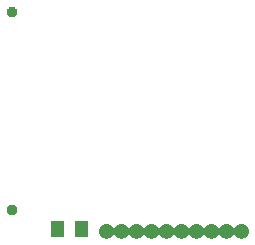
<source format=gbr>
G04 #@! TF.GenerationSoftware,KiCad,Pcbnew,(5.0.1-3-g963ef8bb5)*
G04 #@! TF.CreationDate,2019-06-19T10:09:44-10:00*
G04 #@! TF.ProjectId,OpenHAK_Display,4F70656E48414B5F446973706C61792E,rev?*
G04 #@! TF.SameCoordinates,Original*
G04 #@! TF.FileFunction,Soldermask,Top*
G04 #@! TF.FilePolarity,Negative*
%FSLAX46Y46*%
G04 Gerber Fmt 4.6, Leading zero omitted, Abs format (unit mm)*
G04 Created by KiCad (PCBNEW (5.0.1-3-g963ef8bb5)) date Wednesday, June 19, 2019 at 10:09:44 AM*
%MOMM*%
%LPD*%
G01*
G04 APERTURE LIST*
%ADD10C,0.100000*%
G04 APERTURE END LIST*
D10*
G36*
X128293641Y-111339560D02*
X128293643Y-111339561D01*
X128293644Y-111339561D01*
X128407386Y-111386674D01*
X128407387Y-111386675D01*
X128509755Y-111455075D01*
X128596805Y-111542125D01*
X128642404Y-111610369D01*
X128657949Y-111629311D01*
X128676891Y-111644857D01*
X128698502Y-111656408D01*
X128721951Y-111663521D01*
X128746338Y-111665923D01*
X128770724Y-111663521D01*
X128794173Y-111656408D01*
X128815784Y-111644857D01*
X128834726Y-111629312D01*
X128850272Y-111610369D01*
X128895871Y-111542125D01*
X128982921Y-111455075D01*
X129085289Y-111386675D01*
X129085290Y-111386674D01*
X129199032Y-111339561D01*
X129199033Y-111339561D01*
X129199035Y-111339560D01*
X129319779Y-111315542D01*
X129442897Y-111315542D01*
X129563641Y-111339560D01*
X129563643Y-111339561D01*
X129563644Y-111339561D01*
X129677386Y-111386674D01*
X129677387Y-111386675D01*
X129779755Y-111455075D01*
X129866805Y-111542125D01*
X129912404Y-111610369D01*
X129927949Y-111629311D01*
X129946891Y-111644857D01*
X129968502Y-111656408D01*
X129991951Y-111663521D01*
X130016338Y-111665923D01*
X130040724Y-111663521D01*
X130064173Y-111656408D01*
X130085784Y-111644857D01*
X130104726Y-111629312D01*
X130120272Y-111610369D01*
X130165871Y-111542125D01*
X130252921Y-111455075D01*
X130355289Y-111386675D01*
X130355290Y-111386674D01*
X130469032Y-111339561D01*
X130469033Y-111339561D01*
X130469035Y-111339560D01*
X130589779Y-111315542D01*
X130712897Y-111315542D01*
X130833641Y-111339560D01*
X130833643Y-111339561D01*
X130833644Y-111339561D01*
X130947386Y-111386674D01*
X130947387Y-111386675D01*
X131049755Y-111455075D01*
X131136805Y-111542125D01*
X131182404Y-111610369D01*
X131197949Y-111629311D01*
X131216891Y-111644857D01*
X131238502Y-111656408D01*
X131261951Y-111663521D01*
X131286338Y-111665923D01*
X131310724Y-111663521D01*
X131334173Y-111656408D01*
X131355784Y-111644857D01*
X131374726Y-111629312D01*
X131390272Y-111610369D01*
X131435871Y-111542125D01*
X131522921Y-111455075D01*
X131625289Y-111386675D01*
X131625290Y-111386674D01*
X131739032Y-111339561D01*
X131739033Y-111339561D01*
X131739035Y-111339560D01*
X131859779Y-111315542D01*
X131982897Y-111315542D01*
X132103641Y-111339560D01*
X132103643Y-111339561D01*
X132103644Y-111339561D01*
X132217386Y-111386674D01*
X132217387Y-111386675D01*
X132319755Y-111455075D01*
X132406805Y-111542125D01*
X132452404Y-111610369D01*
X132467949Y-111629311D01*
X132486891Y-111644857D01*
X132508502Y-111656408D01*
X132531951Y-111663521D01*
X132556338Y-111665923D01*
X132580724Y-111663521D01*
X132604173Y-111656408D01*
X132625784Y-111644857D01*
X132644726Y-111629312D01*
X132660272Y-111610369D01*
X132705871Y-111542125D01*
X132792921Y-111455075D01*
X132895289Y-111386675D01*
X132895290Y-111386674D01*
X133009032Y-111339561D01*
X133009033Y-111339561D01*
X133009035Y-111339560D01*
X133129779Y-111315542D01*
X133252897Y-111315542D01*
X133373641Y-111339560D01*
X133373643Y-111339561D01*
X133373644Y-111339561D01*
X133487386Y-111386674D01*
X133487387Y-111386675D01*
X133589755Y-111455075D01*
X133676805Y-111542125D01*
X133722404Y-111610369D01*
X133737949Y-111629311D01*
X133756891Y-111644857D01*
X133778502Y-111656408D01*
X133801951Y-111663521D01*
X133826338Y-111665923D01*
X133850724Y-111663521D01*
X133874173Y-111656408D01*
X133895784Y-111644857D01*
X133914726Y-111629312D01*
X133930272Y-111610369D01*
X133975871Y-111542125D01*
X134062921Y-111455075D01*
X134165289Y-111386675D01*
X134165290Y-111386674D01*
X134279032Y-111339561D01*
X134279033Y-111339561D01*
X134279035Y-111339560D01*
X134399779Y-111315542D01*
X134522897Y-111315542D01*
X134643641Y-111339560D01*
X134643643Y-111339561D01*
X134643644Y-111339561D01*
X134757386Y-111386674D01*
X134757387Y-111386675D01*
X134859755Y-111455075D01*
X134946805Y-111542125D01*
X134992404Y-111610369D01*
X135007949Y-111629311D01*
X135026891Y-111644857D01*
X135048502Y-111656408D01*
X135071951Y-111663521D01*
X135096338Y-111665923D01*
X135120724Y-111663521D01*
X135144173Y-111656408D01*
X135165784Y-111644857D01*
X135184726Y-111629312D01*
X135200272Y-111610369D01*
X135245871Y-111542125D01*
X135332921Y-111455075D01*
X135435289Y-111386675D01*
X135435290Y-111386674D01*
X135549032Y-111339561D01*
X135549033Y-111339561D01*
X135549035Y-111339560D01*
X135669779Y-111315542D01*
X135792897Y-111315542D01*
X135913641Y-111339560D01*
X135913643Y-111339561D01*
X135913644Y-111339561D01*
X136027386Y-111386674D01*
X136027387Y-111386675D01*
X136129755Y-111455075D01*
X136216805Y-111542125D01*
X136262404Y-111610369D01*
X136277949Y-111629311D01*
X136296891Y-111644857D01*
X136318502Y-111656408D01*
X136341951Y-111663521D01*
X136366338Y-111665923D01*
X136390724Y-111663521D01*
X136414173Y-111656408D01*
X136435784Y-111644857D01*
X136454726Y-111629312D01*
X136470272Y-111610369D01*
X136515871Y-111542125D01*
X136602921Y-111455075D01*
X136705289Y-111386675D01*
X136705290Y-111386674D01*
X136819032Y-111339561D01*
X136819033Y-111339561D01*
X136819035Y-111339560D01*
X136939779Y-111315542D01*
X137062897Y-111315542D01*
X137183641Y-111339560D01*
X137183643Y-111339561D01*
X137183644Y-111339561D01*
X137297386Y-111386674D01*
X137297387Y-111386675D01*
X137399755Y-111455075D01*
X137486805Y-111542125D01*
X137532404Y-111610369D01*
X137547949Y-111629311D01*
X137566891Y-111644857D01*
X137588502Y-111656408D01*
X137611951Y-111663521D01*
X137636338Y-111665923D01*
X137660724Y-111663521D01*
X137684173Y-111656408D01*
X137705784Y-111644857D01*
X137724726Y-111629312D01*
X137740272Y-111610369D01*
X137785871Y-111542125D01*
X137872921Y-111455075D01*
X137975289Y-111386675D01*
X137975290Y-111386674D01*
X138089032Y-111339561D01*
X138089033Y-111339561D01*
X138089035Y-111339560D01*
X138209779Y-111315542D01*
X138332897Y-111315542D01*
X138453641Y-111339560D01*
X138453643Y-111339561D01*
X138453644Y-111339561D01*
X138567386Y-111386674D01*
X138567387Y-111386675D01*
X138669755Y-111455075D01*
X138756805Y-111542125D01*
X138802404Y-111610369D01*
X138817949Y-111629311D01*
X138836891Y-111644857D01*
X138858502Y-111656408D01*
X138881951Y-111663521D01*
X138906338Y-111665923D01*
X138930724Y-111663521D01*
X138954173Y-111656408D01*
X138975784Y-111644857D01*
X138994726Y-111629312D01*
X139010272Y-111610369D01*
X139055871Y-111542125D01*
X139142921Y-111455075D01*
X139245289Y-111386675D01*
X139245290Y-111386674D01*
X139359032Y-111339561D01*
X139359033Y-111339561D01*
X139359035Y-111339560D01*
X139479779Y-111315542D01*
X139602897Y-111315542D01*
X139723641Y-111339560D01*
X139723643Y-111339561D01*
X139723644Y-111339561D01*
X139837386Y-111386674D01*
X139837387Y-111386675D01*
X139939755Y-111455075D01*
X140026805Y-111542125D01*
X140026807Y-111542128D01*
X140095206Y-111644494D01*
X140142319Y-111758236D01*
X140166338Y-111878985D01*
X140166338Y-112002099D01*
X140142319Y-112122848D01*
X140095206Y-112236590D01*
X140085061Y-112251773D01*
X140026805Y-112338959D01*
X139939755Y-112426009D01*
X139939752Y-112426011D01*
X139837386Y-112494410D01*
X139723644Y-112541523D01*
X139723643Y-112541523D01*
X139723641Y-112541524D01*
X139602897Y-112565542D01*
X139479779Y-112565542D01*
X139359035Y-112541524D01*
X139359033Y-112541523D01*
X139359032Y-112541523D01*
X139245290Y-112494410D01*
X139142924Y-112426011D01*
X139142921Y-112426009D01*
X139055871Y-112338959D01*
X139010272Y-112270715D01*
X138994727Y-112251773D01*
X138975785Y-112236227D01*
X138954174Y-112224676D01*
X138930725Y-112217563D01*
X138906338Y-112215161D01*
X138881952Y-112217563D01*
X138858503Y-112224676D01*
X138836892Y-112236227D01*
X138817950Y-112251772D01*
X138802404Y-112270715D01*
X138756805Y-112338959D01*
X138669755Y-112426009D01*
X138669752Y-112426011D01*
X138567386Y-112494410D01*
X138453644Y-112541523D01*
X138453643Y-112541523D01*
X138453641Y-112541524D01*
X138332897Y-112565542D01*
X138209779Y-112565542D01*
X138089035Y-112541524D01*
X138089033Y-112541523D01*
X138089032Y-112541523D01*
X137975290Y-112494410D01*
X137872924Y-112426011D01*
X137872921Y-112426009D01*
X137785871Y-112338959D01*
X137740272Y-112270715D01*
X137724727Y-112251773D01*
X137705785Y-112236227D01*
X137684174Y-112224676D01*
X137660725Y-112217563D01*
X137636338Y-112215161D01*
X137611952Y-112217563D01*
X137588503Y-112224676D01*
X137566892Y-112236227D01*
X137547950Y-112251772D01*
X137532404Y-112270715D01*
X137486805Y-112338959D01*
X137399755Y-112426009D01*
X137399752Y-112426011D01*
X137297386Y-112494410D01*
X137183644Y-112541523D01*
X137183643Y-112541523D01*
X137183641Y-112541524D01*
X137062897Y-112565542D01*
X136939779Y-112565542D01*
X136819035Y-112541524D01*
X136819033Y-112541523D01*
X136819032Y-112541523D01*
X136705290Y-112494410D01*
X136602924Y-112426011D01*
X136602921Y-112426009D01*
X136515871Y-112338959D01*
X136470272Y-112270715D01*
X136454727Y-112251773D01*
X136435785Y-112236227D01*
X136414174Y-112224676D01*
X136390725Y-112217563D01*
X136366338Y-112215161D01*
X136341952Y-112217563D01*
X136318503Y-112224676D01*
X136296892Y-112236227D01*
X136277950Y-112251772D01*
X136262404Y-112270715D01*
X136216805Y-112338959D01*
X136129755Y-112426009D01*
X136129752Y-112426011D01*
X136027386Y-112494410D01*
X135913644Y-112541523D01*
X135913643Y-112541523D01*
X135913641Y-112541524D01*
X135792897Y-112565542D01*
X135669779Y-112565542D01*
X135549035Y-112541524D01*
X135549033Y-112541523D01*
X135549032Y-112541523D01*
X135435290Y-112494410D01*
X135332924Y-112426011D01*
X135332921Y-112426009D01*
X135245871Y-112338959D01*
X135200272Y-112270715D01*
X135184727Y-112251773D01*
X135165785Y-112236227D01*
X135144174Y-112224676D01*
X135120725Y-112217563D01*
X135096338Y-112215161D01*
X135071952Y-112217563D01*
X135048503Y-112224676D01*
X135026892Y-112236227D01*
X135007950Y-112251772D01*
X134992404Y-112270715D01*
X134946805Y-112338959D01*
X134859755Y-112426009D01*
X134859752Y-112426011D01*
X134757386Y-112494410D01*
X134643644Y-112541523D01*
X134643643Y-112541523D01*
X134643641Y-112541524D01*
X134522897Y-112565542D01*
X134399779Y-112565542D01*
X134279035Y-112541524D01*
X134279033Y-112541523D01*
X134279032Y-112541523D01*
X134165290Y-112494410D01*
X134062924Y-112426011D01*
X134062921Y-112426009D01*
X133975871Y-112338959D01*
X133930272Y-112270715D01*
X133914727Y-112251773D01*
X133895785Y-112236227D01*
X133874174Y-112224676D01*
X133850725Y-112217563D01*
X133826338Y-112215161D01*
X133801952Y-112217563D01*
X133778503Y-112224676D01*
X133756892Y-112236227D01*
X133737950Y-112251772D01*
X133722404Y-112270715D01*
X133676805Y-112338959D01*
X133589755Y-112426009D01*
X133589752Y-112426011D01*
X133487386Y-112494410D01*
X133373644Y-112541523D01*
X133373643Y-112541523D01*
X133373641Y-112541524D01*
X133252897Y-112565542D01*
X133129779Y-112565542D01*
X133009035Y-112541524D01*
X133009033Y-112541523D01*
X133009032Y-112541523D01*
X132895290Y-112494410D01*
X132792924Y-112426011D01*
X132792921Y-112426009D01*
X132705871Y-112338959D01*
X132660272Y-112270715D01*
X132644727Y-112251773D01*
X132625785Y-112236227D01*
X132604174Y-112224676D01*
X132580725Y-112217563D01*
X132556338Y-112215161D01*
X132531952Y-112217563D01*
X132508503Y-112224676D01*
X132486892Y-112236227D01*
X132467950Y-112251772D01*
X132452404Y-112270715D01*
X132406805Y-112338959D01*
X132319755Y-112426009D01*
X132319752Y-112426011D01*
X132217386Y-112494410D01*
X132103644Y-112541523D01*
X132103643Y-112541523D01*
X132103641Y-112541524D01*
X131982897Y-112565542D01*
X131859779Y-112565542D01*
X131739035Y-112541524D01*
X131739033Y-112541523D01*
X131739032Y-112541523D01*
X131625290Y-112494410D01*
X131522924Y-112426011D01*
X131522921Y-112426009D01*
X131435871Y-112338959D01*
X131390272Y-112270715D01*
X131374727Y-112251773D01*
X131355785Y-112236227D01*
X131334174Y-112224676D01*
X131310725Y-112217563D01*
X131286338Y-112215161D01*
X131261952Y-112217563D01*
X131238503Y-112224676D01*
X131216892Y-112236227D01*
X131197950Y-112251772D01*
X131182404Y-112270715D01*
X131136805Y-112338959D01*
X131049755Y-112426009D01*
X131049752Y-112426011D01*
X130947386Y-112494410D01*
X130833644Y-112541523D01*
X130833643Y-112541523D01*
X130833641Y-112541524D01*
X130712897Y-112565542D01*
X130589779Y-112565542D01*
X130469035Y-112541524D01*
X130469033Y-112541523D01*
X130469032Y-112541523D01*
X130355290Y-112494410D01*
X130252924Y-112426011D01*
X130252921Y-112426009D01*
X130165871Y-112338959D01*
X130120272Y-112270715D01*
X130104727Y-112251773D01*
X130085785Y-112236227D01*
X130064174Y-112224676D01*
X130040725Y-112217563D01*
X130016338Y-112215161D01*
X129991952Y-112217563D01*
X129968503Y-112224676D01*
X129946892Y-112236227D01*
X129927950Y-112251772D01*
X129912404Y-112270715D01*
X129866805Y-112338959D01*
X129779755Y-112426009D01*
X129779752Y-112426011D01*
X129677386Y-112494410D01*
X129563644Y-112541523D01*
X129563643Y-112541523D01*
X129563641Y-112541524D01*
X129442897Y-112565542D01*
X129319779Y-112565542D01*
X129199035Y-112541524D01*
X129199033Y-112541523D01*
X129199032Y-112541523D01*
X129085290Y-112494410D01*
X128982924Y-112426011D01*
X128982921Y-112426009D01*
X128895871Y-112338959D01*
X128850272Y-112270715D01*
X128834727Y-112251773D01*
X128815785Y-112236227D01*
X128794174Y-112224676D01*
X128770725Y-112217563D01*
X128746338Y-112215161D01*
X128721952Y-112217563D01*
X128698503Y-112224676D01*
X128676892Y-112236227D01*
X128657950Y-112251772D01*
X128642404Y-112270715D01*
X128596805Y-112338959D01*
X128509755Y-112426009D01*
X128509752Y-112426011D01*
X128407386Y-112494410D01*
X128293644Y-112541523D01*
X128293643Y-112541523D01*
X128293641Y-112541524D01*
X128172897Y-112565542D01*
X128049779Y-112565542D01*
X127929035Y-112541524D01*
X127929033Y-112541523D01*
X127929032Y-112541523D01*
X127815290Y-112494410D01*
X127712924Y-112426011D01*
X127712921Y-112426009D01*
X127625871Y-112338959D01*
X127567615Y-112251773D01*
X127557470Y-112236590D01*
X127510357Y-112122848D01*
X127486338Y-112002099D01*
X127486338Y-111878985D01*
X127510357Y-111758236D01*
X127557470Y-111644494D01*
X127625869Y-111542128D01*
X127625871Y-111542125D01*
X127712921Y-111455075D01*
X127815289Y-111386675D01*
X127815290Y-111386674D01*
X127929032Y-111339561D01*
X127929033Y-111339561D01*
X127929035Y-111339560D01*
X128049779Y-111315542D01*
X128172897Y-111315542D01*
X128293641Y-111339560D01*
X128293641Y-111339560D01*
G37*
G36*
X124555000Y-112436000D02*
X123455000Y-112436000D01*
X123455000Y-111086000D01*
X124555000Y-111086000D01*
X124555000Y-112436000D01*
X124555000Y-112436000D01*
G37*
G36*
X126555000Y-112436000D02*
X125455000Y-112436000D01*
X125455000Y-111086000D01*
X126555000Y-111086000D01*
X126555000Y-112436000D01*
X126555000Y-112436000D01*
G37*
G36*
X120244012Y-109699252D02*
X120325907Y-109733174D01*
X120399613Y-109782423D01*
X120462288Y-109845098D01*
X120511537Y-109918804D01*
X120545459Y-110000699D01*
X120562752Y-110087637D01*
X120562752Y-110176281D01*
X120545459Y-110263219D01*
X120511537Y-110345114D01*
X120462288Y-110418820D01*
X120399613Y-110481495D01*
X120325907Y-110530744D01*
X120244012Y-110564666D01*
X120157074Y-110581959D01*
X120068430Y-110581959D01*
X119981492Y-110564666D01*
X119899597Y-110530744D01*
X119825891Y-110481495D01*
X119763216Y-110418820D01*
X119713967Y-110345114D01*
X119680045Y-110263219D01*
X119662752Y-110176281D01*
X119662752Y-110087637D01*
X119680045Y-110000699D01*
X119713967Y-109918804D01*
X119763216Y-109845098D01*
X119825891Y-109782423D01*
X119899597Y-109733174D01*
X119981492Y-109699252D01*
X120068430Y-109681959D01*
X120157074Y-109681959D01*
X120244012Y-109699252D01*
X120244012Y-109699252D01*
G37*
G36*
X120244012Y-92949252D02*
X120325907Y-92983174D01*
X120399613Y-93032423D01*
X120462288Y-93095098D01*
X120511537Y-93168804D01*
X120545459Y-93250699D01*
X120562752Y-93337637D01*
X120562752Y-93426281D01*
X120545459Y-93513219D01*
X120511537Y-93595114D01*
X120462288Y-93668820D01*
X120399613Y-93731495D01*
X120325907Y-93780744D01*
X120244012Y-93814666D01*
X120157074Y-93831959D01*
X120068430Y-93831959D01*
X119981492Y-93814666D01*
X119899597Y-93780744D01*
X119825891Y-93731495D01*
X119763216Y-93668820D01*
X119713967Y-93595114D01*
X119680045Y-93513219D01*
X119662752Y-93426281D01*
X119662752Y-93337637D01*
X119680045Y-93250699D01*
X119713967Y-93168804D01*
X119763216Y-93095098D01*
X119825891Y-93032423D01*
X119899597Y-92983174D01*
X119981492Y-92949252D01*
X120068430Y-92931959D01*
X120157074Y-92931959D01*
X120244012Y-92949252D01*
X120244012Y-92949252D01*
G37*
M02*

</source>
